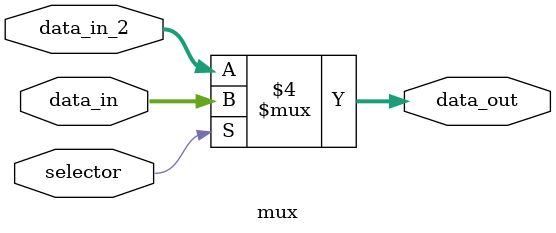
<source format=sv>
module mux #(
//==========================================================================
// Parameters
//==========================================================================
parameter width = 5)(
//==========================================================================
// Inputs & Outputs
//==========================================================================
input        [width-1:0]    data_in,
input        [width-1:0]    data_in_2,
input                       selector,
output reg   [width-1:0]    data_out
);
//==========================================================================
// Main code
//==========================================================================
    always_comb
    begin
        if(~selector)
        data_out = data_in_2;
        else
        data_out = data_in;
    end

endmodule
</source>
